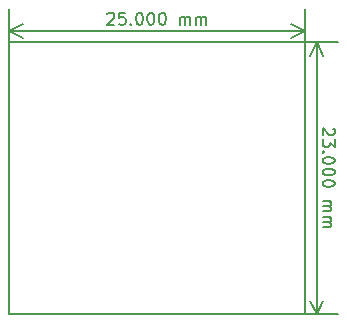
<source format=gbr>
G04 (created by PCBNEW (2013-02-09 BZR 3938)-testing) date Tue 12 Feb 2013 03:52:52 PM CET*
%MOIN*%
G04 Gerber Fmt 3.4, Leading zero omitted, Abs format*
%FSLAX34Y34*%
G01*
G70*
G90*
G04 APERTURE LIST*
%ADD10C,3.14961e-06*%
%ADD11C,0.008*%
%ADD12C,0.00787402*%
G04 APERTURE END LIST*
G54D10*
G54D11*
X40717Y-16649D02*
X40736Y-16668D01*
X40755Y-16707D01*
X40755Y-16802D01*
X40736Y-16840D01*
X40717Y-16859D01*
X40679Y-16878D01*
X40641Y-16878D01*
X40584Y-16859D01*
X40355Y-16630D01*
X40355Y-16878D01*
X40755Y-17011D02*
X40755Y-17259D01*
X40603Y-17126D01*
X40603Y-17183D01*
X40584Y-17221D01*
X40565Y-17240D01*
X40527Y-17259D01*
X40431Y-17259D01*
X40393Y-17240D01*
X40374Y-17221D01*
X40355Y-17183D01*
X40355Y-17068D01*
X40374Y-17030D01*
X40393Y-17011D01*
X40393Y-17430D02*
X40374Y-17449D01*
X40355Y-17430D01*
X40374Y-17411D01*
X40393Y-17430D01*
X40355Y-17430D01*
X40755Y-17697D02*
X40755Y-17735D01*
X40736Y-17773D01*
X40717Y-17792D01*
X40679Y-17811D01*
X40603Y-17830D01*
X40507Y-17830D01*
X40431Y-17811D01*
X40393Y-17792D01*
X40374Y-17773D01*
X40355Y-17735D01*
X40355Y-17697D01*
X40374Y-17659D01*
X40393Y-17640D01*
X40431Y-17621D01*
X40507Y-17602D01*
X40603Y-17602D01*
X40679Y-17621D01*
X40717Y-17640D01*
X40736Y-17659D01*
X40755Y-17697D01*
X40755Y-18078D02*
X40755Y-18116D01*
X40736Y-18154D01*
X40717Y-18173D01*
X40679Y-18192D01*
X40603Y-18211D01*
X40507Y-18211D01*
X40431Y-18192D01*
X40393Y-18173D01*
X40374Y-18154D01*
X40355Y-18116D01*
X40355Y-18078D01*
X40374Y-18040D01*
X40393Y-18021D01*
X40431Y-18002D01*
X40507Y-17983D01*
X40603Y-17983D01*
X40679Y-18002D01*
X40717Y-18021D01*
X40736Y-18040D01*
X40755Y-18078D01*
X40755Y-18459D02*
X40755Y-18497D01*
X40736Y-18535D01*
X40717Y-18554D01*
X40679Y-18573D01*
X40603Y-18592D01*
X40507Y-18592D01*
X40431Y-18573D01*
X40393Y-18554D01*
X40374Y-18535D01*
X40355Y-18497D01*
X40355Y-18459D01*
X40374Y-18421D01*
X40393Y-18402D01*
X40431Y-18383D01*
X40507Y-18364D01*
X40603Y-18364D01*
X40679Y-18383D01*
X40717Y-18402D01*
X40736Y-18421D01*
X40755Y-18459D01*
X40355Y-19068D02*
X40622Y-19068D01*
X40584Y-19068D02*
X40603Y-19088D01*
X40622Y-19126D01*
X40622Y-19183D01*
X40603Y-19221D01*
X40565Y-19240D01*
X40355Y-19240D01*
X40565Y-19240D02*
X40603Y-19259D01*
X40622Y-19297D01*
X40622Y-19354D01*
X40603Y-19392D01*
X40565Y-19411D01*
X40355Y-19411D01*
X40355Y-19602D02*
X40622Y-19602D01*
X40584Y-19602D02*
X40603Y-19621D01*
X40622Y-19659D01*
X40622Y-19716D01*
X40603Y-19754D01*
X40565Y-19773D01*
X40355Y-19773D01*
X40565Y-19773D02*
X40603Y-19792D01*
X40622Y-19830D01*
X40622Y-19888D01*
X40603Y-19926D01*
X40565Y-19945D01*
X40355Y-19945D01*
X40157Y-13779D02*
X40157Y-22834D01*
X39763Y-13779D02*
X40877Y-13779D01*
X39763Y-22834D02*
X40877Y-22834D01*
X40157Y-22834D02*
X39926Y-22391D01*
X40157Y-22834D02*
X40388Y-22391D01*
X40157Y-13779D02*
X39926Y-14223D01*
X40157Y-13779D02*
X40388Y-14223D01*
X33185Y-12825D02*
X33204Y-12806D01*
X33242Y-12787D01*
X33337Y-12787D01*
X33375Y-12806D01*
X33394Y-12825D01*
X33413Y-12863D01*
X33413Y-12902D01*
X33394Y-12959D01*
X33166Y-13187D01*
X33413Y-13187D01*
X33775Y-12787D02*
X33585Y-12787D01*
X33566Y-12978D01*
X33585Y-12959D01*
X33623Y-12940D01*
X33718Y-12940D01*
X33756Y-12959D01*
X33775Y-12978D01*
X33794Y-13016D01*
X33794Y-13111D01*
X33775Y-13149D01*
X33756Y-13168D01*
X33718Y-13187D01*
X33623Y-13187D01*
X33585Y-13168D01*
X33566Y-13149D01*
X33966Y-13149D02*
X33985Y-13168D01*
X33966Y-13187D01*
X33947Y-13168D01*
X33966Y-13149D01*
X33966Y-13187D01*
X34232Y-12787D02*
X34271Y-12787D01*
X34309Y-12806D01*
X34328Y-12825D01*
X34347Y-12863D01*
X34366Y-12940D01*
X34366Y-13035D01*
X34347Y-13111D01*
X34328Y-13149D01*
X34309Y-13168D01*
X34271Y-13187D01*
X34232Y-13187D01*
X34194Y-13168D01*
X34175Y-13149D01*
X34156Y-13111D01*
X34137Y-13035D01*
X34137Y-12940D01*
X34156Y-12863D01*
X34175Y-12825D01*
X34194Y-12806D01*
X34232Y-12787D01*
X34613Y-12787D02*
X34652Y-12787D01*
X34690Y-12806D01*
X34709Y-12825D01*
X34728Y-12863D01*
X34747Y-12940D01*
X34747Y-13035D01*
X34728Y-13111D01*
X34709Y-13149D01*
X34690Y-13168D01*
X34652Y-13187D01*
X34613Y-13187D01*
X34575Y-13168D01*
X34556Y-13149D01*
X34537Y-13111D01*
X34518Y-13035D01*
X34518Y-12940D01*
X34537Y-12863D01*
X34556Y-12825D01*
X34575Y-12806D01*
X34613Y-12787D01*
X34994Y-12787D02*
X35032Y-12787D01*
X35071Y-12806D01*
X35090Y-12825D01*
X35109Y-12863D01*
X35128Y-12940D01*
X35128Y-13035D01*
X35109Y-13111D01*
X35090Y-13149D01*
X35071Y-13168D01*
X35032Y-13187D01*
X34994Y-13187D01*
X34956Y-13168D01*
X34937Y-13149D01*
X34918Y-13111D01*
X34899Y-13035D01*
X34899Y-12940D01*
X34918Y-12863D01*
X34937Y-12825D01*
X34956Y-12806D01*
X34994Y-12787D01*
X35604Y-13187D02*
X35604Y-12921D01*
X35604Y-12959D02*
X35623Y-12940D01*
X35661Y-12921D01*
X35718Y-12921D01*
X35756Y-12940D01*
X35775Y-12978D01*
X35775Y-13187D01*
X35775Y-12978D02*
X35794Y-12940D01*
X35832Y-12921D01*
X35890Y-12921D01*
X35928Y-12940D01*
X35947Y-12978D01*
X35947Y-13187D01*
X36137Y-13187D02*
X36137Y-12921D01*
X36137Y-12959D02*
X36156Y-12940D01*
X36194Y-12921D01*
X36252Y-12921D01*
X36290Y-12940D01*
X36309Y-12978D01*
X36309Y-13187D01*
X36309Y-12978D02*
X36328Y-12940D01*
X36366Y-12921D01*
X36423Y-12921D01*
X36461Y-12940D01*
X36480Y-12978D01*
X36480Y-13187D01*
X29921Y-13385D02*
X39763Y-13385D01*
X29921Y-13779D02*
X29921Y-12665D01*
X39763Y-13779D02*
X39763Y-12665D01*
X39763Y-13385D02*
X39320Y-13616D01*
X39763Y-13385D02*
X39320Y-13154D01*
X29921Y-13385D02*
X30364Y-13616D01*
X29921Y-13385D02*
X30364Y-13154D01*
G54D12*
X29921Y-13779D02*
X29921Y-22834D01*
X39763Y-22834D02*
X39763Y-13779D01*
X39763Y-13779D02*
X29921Y-13779D01*
X39763Y-22834D02*
X29921Y-22834D01*
M02*

</source>
